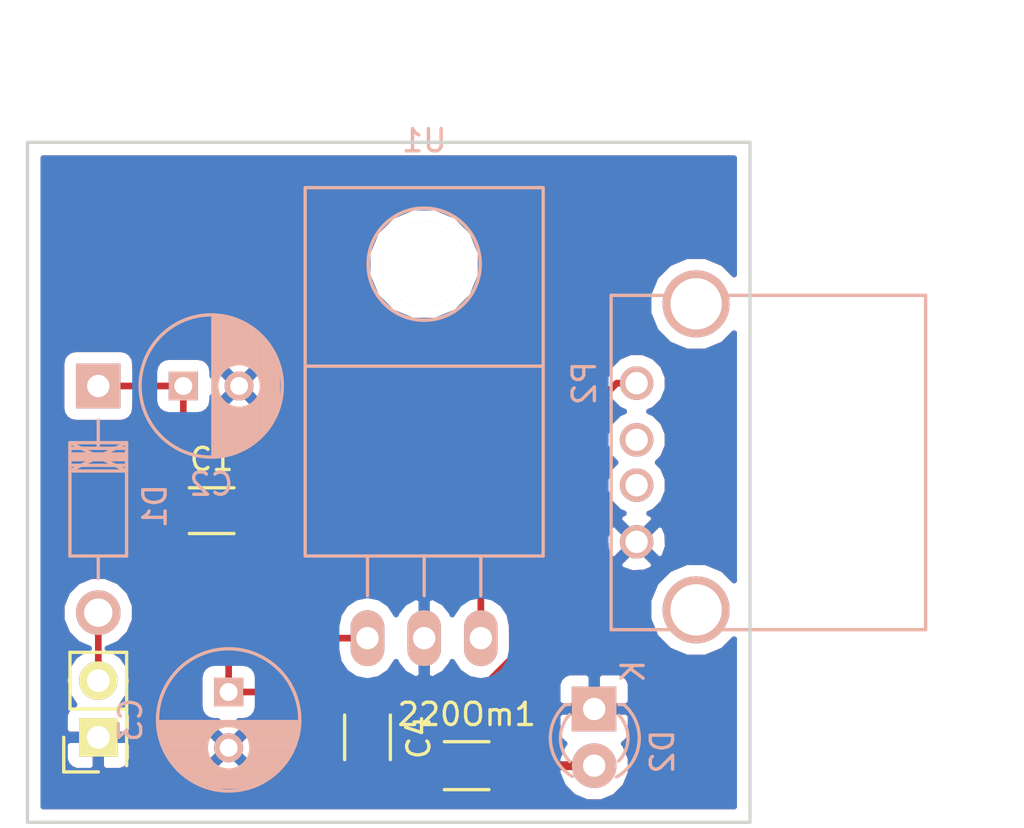
<source format=kicad_pcb>
(kicad_pcb (version 4) (host pcbnew 4.0.2+dfsg1-stable)

  (general
    (links 17)
    (no_connects 1)
    (area 46.279999 29.134999 78.815001 59.765001)
    (thickness 1.6)
    (drawings 8)
    (tracks 36)
    (zones 0)
    (modules 10)
    (nets 9)
  )

  (page A4)
  (layers
    (0 F.Cu signal hide)
    (31 B.Cu signal)
    (32 B.Adhes user)
    (33 F.Adhes user)
    (34 B.Paste user)
    (35 F.Paste user)
    (36 B.SilkS user)
    (37 F.SilkS user)
    (38 B.Mask user)
    (39 F.Mask user)
    (40 Dwgs.User user)
    (41 Cmts.User user)
    (42 Eco1.User user)
    (43 Eco2.User user)
    (44 Edge.Cuts user)
    (45 Margin user)
    (46 B.CrtYd user)
    (47 F.CrtYd user)
    (48 B.Fab user)
    (49 F.Fab user)
  )

  (setup
    (last_trace_width 0.25)
    (trace_clearance 0.2)
    (zone_clearance 0.508)
    (zone_45_only no)
    (trace_min 0.2)
    (segment_width 0.2)
    (edge_width 0.15)
    (via_size 0.6)
    (via_drill 0.4)
    (via_min_size 0.4)
    (via_min_drill 0.3)
    (uvia_size 0.3)
    (uvia_drill 0.1)
    (uvias_allowed no)
    (uvia_min_size 0.2)
    (uvia_min_drill 0.1)
    (pcb_text_width 0.3)
    (pcb_text_size 1.5 1.5)
    (mod_edge_width 0.15)
    (mod_text_size 1 1)
    (mod_text_width 0.15)
    (pad_size 2.49936 1.50114)
    (pad_drill 1.00076)
    (pad_to_mask_clearance 0.2)
    (aux_axis_origin 0 0)
    (visible_elements 7FFFFFFF)
    (pcbplotparams
      (layerselection 0x00030_80000001)
      (usegerberextensions false)
      (excludeedgelayer true)
      (linewidth 0.100000)
      (plotframeref false)
      (viasonmask false)
      (mode 1)
      (useauxorigin false)
      (hpglpennumber 1)
      (hpglpenspeed 20)
      (hpglpendiameter 15)
      (hpglpenoverlay 2)
      (psnegative false)
      (psa4output false)
      (plotreference true)
      (plotvalue true)
      (plotinvisibletext false)
      (padsonsilk false)
      (subtractmaskfromsilk false)
      (outputformat 5)
      (mirror true)
      (drillshape 2)
      (scaleselection 1)
      (outputdirectory ""))
  )

  (net 0 "")
  (net 1 "Net-(220Om1-Pad1)")
  (net 2 "Net-(220Om1-Pad2)")
  (net 3 "Net-(C1-Pad1)")
  (net 4 "Net-(D1-Pad2)")
  (net 5 "Net-(P2-Pad2)")
  (net 6 "Net-(P2-Pad3)")
  (net 7 "Net-(P2-Pad5)")
  (net 8 GNDREF)

  (net_class Default "This is the default net class."
    (clearance 0.2)
    (trace_width 0.25)
    (via_dia 0.6)
    (via_drill 0.4)
    (uvia_dia 0.3)
    (uvia_drill 0.1)
  )

  (net_class lm78 ""
    (clearance 0.3)
    (trace_width 0.3)
    (via_dia 1.2)
    (via_drill 0.8)
    (uvia_dia 1.2)
    (uvia_drill 0.8)
    (add_net GNDREF)
    (add_net "Net-(220Om1-Pad1)")
    (add_net "Net-(220Om1-Pad2)")
    (add_net "Net-(C1-Pad1)")
    (add_net "Net-(D1-Pad2)")
    (add_net "Net-(P2-Pad2)")
    (add_net "Net-(P2-Pad3)")
    (add_net "Net-(P2-Pad5)")
  )

  (module Capacitors_ThroughHole:C_Radial_D6.3_L11.2_P2.5 (layer B.Cu) (tedit 0) (tstamp 5AF6CAD8)
    (at 55.372 53.848 270)
    (descr "Radial Electrolytic Capacitor, Diameter 6.3mm x Length 11.2mm, Pitch 2.5mm")
    (tags "Electrolytic Capacitor")
    (path /5AF6CEAB)
    (fp_text reference C3 (at 1.25 4.4 270) (layer B.SilkS)
      (effects (font (size 1 1) (thickness 0.15)) (justify mirror))
    )
    (fp_text value "47mF 16V" (at 1.25 -4.4 270) (layer B.Fab)
      (effects (font (size 1 1) (thickness 0.15)) (justify mirror))
    )
    (fp_line (start 1.325 3.149) (end 1.325 -3.149) (layer B.SilkS) (width 0.15))
    (fp_line (start 1.465 3.143) (end 1.465 -3.143) (layer B.SilkS) (width 0.15))
    (fp_line (start 1.605 3.13) (end 1.605 0.446) (layer B.SilkS) (width 0.15))
    (fp_line (start 1.605 -0.446) (end 1.605 -3.13) (layer B.SilkS) (width 0.15))
    (fp_line (start 1.745 3.111) (end 1.745 0.656) (layer B.SilkS) (width 0.15))
    (fp_line (start 1.745 -0.656) (end 1.745 -3.111) (layer B.SilkS) (width 0.15))
    (fp_line (start 1.885 3.085) (end 1.885 0.789) (layer B.SilkS) (width 0.15))
    (fp_line (start 1.885 -0.789) (end 1.885 -3.085) (layer B.SilkS) (width 0.15))
    (fp_line (start 2.025 3.053) (end 2.025 0.88) (layer B.SilkS) (width 0.15))
    (fp_line (start 2.025 -0.88) (end 2.025 -3.053) (layer B.SilkS) (width 0.15))
    (fp_line (start 2.165 3.014) (end 2.165 0.942) (layer B.SilkS) (width 0.15))
    (fp_line (start 2.165 -0.942) (end 2.165 -3.014) (layer B.SilkS) (width 0.15))
    (fp_line (start 2.305 2.968) (end 2.305 0.981) (layer B.SilkS) (width 0.15))
    (fp_line (start 2.305 -0.981) (end 2.305 -2.968) (layer B.SilkS) (width 0.15))
    (fp_line (start 2.445 2.915) (end 2.445 0.998) (layer B.SilkS) (width 0.15))
    (fp_line (start 2.445 -0.998) (end 2.445 -2.915) (layer B.SilkS) (width 0.15))
    (fp_line (start 2.585 2.853) (end 2.585 0.996) (layer B.SilkS) (width 0.15))
    (fp_line (start 2.585 -0.996) (end 2.585 -2.853) (layer B.SilkS) (width 0.15))
    (fp_line (start 2.725 2.783) (end 2.725 0.974) (layer B.SilkS) (width 0.15))
    (fp_line (start 2.725 -0.974) (end 2.725 -2.783) (layer B.SilkS) (width 0.15))
    (fp_line (start 2.865 2.704) (end 2.865 0.931) (layer B.SilkS) (width 0.15))
    (fp_line (start 2.865 -0.931) (end 2.865 -2.704) (layer B.SilkS) (width 0.15))
    (fp_line (start 3.005 2.616) (end 3.005 0.863) (layer B.SilkS) (width 0.15))
    (fp_line (start 3.005 -0.863) (end 3.005 -2.616) (layer B.SilkS) (width 0.15))
    (fp_line (start 3.145 2.516) (end 3.145 0.764) (layer B.SilkS) (width 0.15))
    (fp_line (start 3.145 -0.764) (end 3.145 -2.516) (layer B.SilkS) (width 0.15))
    (fp_line (start 3.285 2.404) (end 3.285 0.619) (layer B.SilkS) (width 0.15))
    (fp_line (start 3.285 -0.619) (end 3.285 -2.404) (layer B.SilkS) (width 0.15))
    (fp_line (start 3.425 2.279) (end 3.425 0.38) (layer B.SilkS) (width 0.15))
    (fp_line (start 3.425 -0.38) (end 3.425 -2.279) (layer B.SilkS) (width 0.15))
    (fp_line (start 3.565 2.136) (end 3.565 -2.136) (layer B.SilkS) (width 0.15))
    (fp_line (start 3.705 1.974) (end 3.705 -1.974) (layer B.SilkS) (width 0.15))
    (fp_line (start 3.845 1.786) (end 3.845 -1.786) (layer B.SilkS) (width 0.15))
    (fp_line (start 3.985 1.563) (end 3.985 -1.563) (layer B.SilkS) (width 0.15))
    (fp_line (start 4.125 1.287) (end 4.125 -1.287) (layer B.SilkS) (width 0.15))
    (fp_line (start 4.265 0.912) (end 4.265 -0.912) (layer B.SilkS) (width 0.15))
    (fp_circle (center 2.5 0) (end 2.5 1) (layer B.SilkS) (width 0.15))
    (fp_circle (center 1.25 0) (end 1.25 3.1875) (layer B.SilkS) (width 0.15))
    (fp_circle (center 1.25 0) (end 1.25 3.4) (layer B.CrtYd) (width 0.05))
    (pad 2 thru_hole circle (at 2.5 0 270) (size 1.3 1.3) (drill 0.8) (layers *.Cu *.Mask B.SilkS)
      (net 8 GNDREF))
    (pad 1 thru_hole rect (at 0 0 270) (size 1.3 1.3) (drill 0.8) (layers *.Cu *.Mask B.SilkS)
      (net 1 "Net-(220Om1-Pad1)"))
    (model Capacitors_ThroughHole.3dshapes/C_Radial_D6.3_L11.2_P2.5.wrl
      (at (xyz 0 0 0))
      (scale (xyz 1 1 1))
      (rotate (xyz 0 0 0))
    )
  )

  (module TO_SOT_Packages_THT:TO-220_Neutral123_Horizontal (layer B.Cu) (tedit 5AF6CEDC) (tstamp 5AF6CAFE)
    (at 64.135 51.435 180)
    (descr "TO-220, Neutral, Horizontal,")
    (tags "TO-220, Neutral, Horizontal,")
    (path /5AF6C44C)
    (fp_text reference U1 (at 0 22.3012 180) (layer B.SilkS)
      (effects (font (size 1 1) (thickness 0.15)) (justify mirror))
    )
    (fp_text value LM7805 (at -0.29972 -3.44932 180) (layer B.Fab)
      (effects (font (size 1 1) (thickness 0.15)) (justify mirror))
    )
    (fp_circle (center 0 16.764) (end 1.778 14.986) (layer B.SilkS) (width 0.15))
    (fp_line (start -2.54 3.683) (end -2.54 1.905) (layer B.SilkS) (width 0.15))
    (fp_line (start 0 3.683) (end 0 1.905) (layer B.SilkS) (width 0.15))
    (fp_line (start 2.54 3.683) (end 2.54 1.905) (layer B.SilkS) (width 0.15))
    (fp_line (start 5.334 12.192) (end 5.334 20.193) (layer B.SilkS) (width 0.15))
    (fp_line (start 5.334 20.193) (end -5.334 20.193) (layer B.SilkS) (width 0.15))
    (fp_line (start -5.334 20.193) (end -5.334 12.192) (layer B.SilkS) (width 0.15))
    (fp_line (start 5.334 3.683) (end 5.334 12.192) (layer B.SilkS) (width 0.15))
    (fp_line (start 5.334 12.192) (end -5.334 12.192) (layer B.SilkS) (width 0.15))
    (fp_line (start -5.334 12.192) (end -5.334 3.683) (layer B.SilkS) (width 0.15))
    (fp_line (start 0 3.683) (end -5.334 3.683) (layer B.SilkS) (width 0.15))
    (fp_line (start 0 3.683) (end 5.334 3.683) (layer B.SilkS) (width 0.15))
    (pad GND thru_hole oval (at 0 0 90) (size 2.49936 1.50114) (drill 1.00076) (layers *.Cu *.Mask B.SilkS)
      (net 8 GNDREF))
    (pad VI thru_hole oval (at -2.54 0 90) (size 2.49936 1.50114) (drill 1.00076) (layers *.Cu *.Mask B.SilkS)
      (net 3 "Net-(C1-Pad1)"))
    (pad VO thru_hole oval (at 2.54 0 90) (size 2.49936 1.50114) (drill 1.00076) (layers *.Cu *.Mask B.SilkS)
      (net 1 "Net-(220Om1-Pad1)"))
    (pad "" np_thru_hole circle (at 0 16.764 90) (size 3.79984 3.79984) (drill 3.79984) (layers *.Cu *.Mask B.SilkS))
    (model TO_SOT_Packages_THT.3dshapes/TO-220_Neutral123_Horizontal.wrl
      (at (xyz 0 0 0))
      (scale (xyz 0.3937 0.3937 0.3937))
      (rotate (xyz 0 0 0))
    )
  )

  (module Resistors_SMD:R_1206 (layer F.Cu) (tedit 5415CFA7) (tstamp 5AF6CAC6)
    (at 66.04 57.15)
    (descr "Resistor SMD 1206, reflow soldering, Vishay (see dcrcw.pdf)")
    (tags "resistor 1206")
    (path /5AF6C657)
    (attr smd)
    (fp_text reference 220Om1 (at 0 -2.3) (layer F.SilkS)
      (effects (font (size 1 1) (thickness 0.15)))
    )
    (fp_text value R (at 0 2.3) (layer F.Fab)
      (effects (font (size 1 1) (thickness 0.15)))
    )
    (fp_line (start -2.2 -1.2) (end 2.2 -1.2) (layer F.CrtYd) (width 0.05))
    (fp_line (start -2.2 1.2) (end 2.2 1.2) (layer F.CrtYd) (width 0.05))
    (fp_line (start -2.2 -1.2) (end -2.2 1.2) (layer F.CrtYd) (width 0.05))
    (fp_line (start 2.2 -1.2) (end 2.2 1.2) (layer F.CrtYd) (width 0.05))
    (fp_line (start 1 1.075) (end -1 1.075) (layer F.SilkS) (width 0.15))
    (fp_line (start -1 -1.075) (end 1 -1.075) (layer F.SilkS) (width 0.15))
    (pad 1 smd rect (at -1.45 0) (size 0.9 1.7) (layers F.Cu F.Paste F.Mask)
      (net 1 "Net-(220Om1-Pad1)"))
    (pad 2 smd rect (at 1.45 0) (size 0.9 1.7) (layers F.Cu F.Paste F.Mask)
      (net 2 "Net-(220Om1-Pad2)"))
    (model Resistors_SMD.3dshapes/R_1206.wrl
      (at (xyz 0 0 0))
      (scale (xyz 1 1 1))
      (rotate (xyz 0 0 0))
    )
  )

  (module Capacitors_SMD:C_1206 (layer F.Cu) (tedit 5415D7BD) (tstamp 5AF6CACC)
    (at 54.61 45.72)
    (descr "Capacitor SMD 1206, reflow soldering, AVX (see smccp.pdf)")
    (tags "capacitor 1206")
    (path /5AF6C528)
    (attr smd)
    (fp_text reference C1 (at 0 -2.3) (layer F.SilkS)
      (effects (font (size 1 1) (thickness 0.15)))
    )
    (fp_text value 100nF (at 0 2.3) (layer F.Fab)
      (effects (font (size 1 1) (thickness 0.15)))
    )
    (fp_line (start -2.3 -1.15) (end 2.3 -1.15) (layer F.CrtYd) (width 0.05))
    (fp_line (start -2.3 1.15) (end 2.3 1.15) (layer F.CrtYd) (width 0.05))
    (fp_line (start -2.3 -1.15) (end -2.3 1.15) (layer F.CrtYd) (width 0.05))
    (fp_line (start 2.3 -1.15) (end 2.3 1.15) (layer F.CrtYd) (width 0.05))
    (fp_line (start 1 -1.025) (end -1 -1.025) (layer F.SilkS) (width 0.15))
    (fp_line (start -1 1.025) (end 1 1.025) (layer F.SilkS) (width 0.15))
    (pad 1 smd rect (at -1.5 0) (size 1 1.6) (layers F.Cu F.Paste F.Mask)
      (net 3 "Net-(C1-Pad1)"))
    (pad 2 smd rect (at 1.5 0) (size 1 1.6) (layers F.Cu F.Paste F.Mask)
      (net 8 GNDREF))
    (model Capacitors_SMD.3dshapes/C_1206.wrl
      (at (xyz 0 0 0))
      (scale (xyz 1 1 1))
      (rotate (xyz 0 0 0))
    )
  )

  (module Capacitors_SMD:C_1206 (layer F.Cu) (tedit 5415D7BD) (tstamp 5AF6CADE)
    (at 61.595 55.88 270)
    (descr "Capacitor SMD 1206, reflow soldering, AVX (see smccp.pdf)")
    (tags "capacitor 1206")
    (path /5AF6C788)
    (attr smd)
    (fp_text reference C4 (at 0 -2.3 270) (layer F.SilkS)
      (effects (font (size 1 1) (thickness 0.15)))
    )
    (fp_text value 100nF (at 0 2.3 270) (layer F.Fab)
      (effects (font (size 1 1) (thickness 0.15)))
    )
    (fp_line (start -2.3 -1.15) (end 2.3 -1.15) (layer F.CrtYd) (width 0.05))
    (fp_line (start -2.3 1.15) (end 2.3 1.15) (layer F.CrtYd) (width 0.05))
    (fp_line (start -2.3 -1.15) (end -2.3 1.15) (layer F.CrtYd) (width 0.05))
    (fp_line (start 2.3 -1.15) (end 2.3 1.15) (layer F.CrtYd) (width 0.05))
    (fp_line (start 1 -1.025) (end -1 -1.025) (layer F.SilkS) (width 0.15))
    (fp_line (start -1 1.025) (end 1 1.025) (layer F.SilkS) (width 0.15))
    (pad 1 smd rect (at -1.5 0 270) (size 1 1.6) (layers F.Cu F.Paste F.Mask)
      (net 1 "Net-(220Om1-Pad1)"))
    (pad 2 smd rect (at 1.5 0 270) (size 1 1.6) (layers F.Cu F.Paste F.Mask)
      (net 8 GNDREF))
    (model Capacitors_SMD.3dshapes/C_1206.wrl
      (at (xyz 0 0 0))
      (scale (xyz 1 1 1))
      (rotate (xyz 0 0 0))
    )
  )

  (module LEDs:LED-3MM (layer B.Cu) (tedit 559B82F6) (tstamp 5AF6CAEA)
    (at 71.755 54.61 270)
    (descr "LED 3mm round vertical")
    (tags "LED  3mm round vertical")
    (path /5AF6C604)
    (fp_text reference D2 (at 1.91 -3.06 270) (layer B.SilkS)
      (effects (font (size 1 1) (thickness 0.15)) (justify mirror))
    )
    (fp_text value LED (at 1.3 2.9 270) (layer B.Fab)
      (effects (font (size 1 1) (thickness 0.15)) (justify mirror))
    )
    (fp_line (start -1.2 -2.3) (end 3.8 -2.3) (layer B.CrtYd) (width 0.05))
    (fp_line (start 3.8 -2.3) (end 3.8 2.2) (layer B.CrtYd) (width 0.05))
    (fp_line (start 3.8 2.2) (end -1.2 2.2) (layer B.CrtYd) (width 0.05))
    (fp_line (start -1.2 2.2) (end -1.2 -2.3) (layer B.CrtYd) (width 0.05))
    (fp_line (start -0.199 -1.314) (end -0.199 -1.114) (layer B.SilkS) (width 0.15))
    (fp_line (start -0.199 1.28) (end -0.199 1.1) (layer B.SilkS) (width 0.15))
    (fp_arc (start 1.301 -0.034) (end -0.199 1.286) (angle -108.5) (layer B.SilkS) (width 0.15))
    (fp_arc (start 1.301 -0.034) (end 0.25 1.1) (angle -85.7) (layer B.SilkS) (width 0.15))
    (fp_arc (start 1.311 -0.034) (end 3.051 -0.994) (angle -110) (layer B.SilkS) (width 0.15))
    (fp_arc (start 1.301 -0.034) (end 2.335 -1.094) (angle -87.5) (layer B.SilkS) (width 0.15))
    (fp_text user K (at -1.69 -1.74 270) (layer B.SilkS)
      (effects (font (size 1 1) (thickness 0.15)) (justify mirror))
    )
    (pad 1 thru_hole rect (at 0 0 180) (size 2 2) (drill 1.00076) (layers *.Cu *.Mask B.SilkS)
      (net 8 GNDREF))
    (pad 2 thru_hole circle (at 2.54 0 270) (size 2 2) (drill 1.00076) (layers *.Cu *.Mask B.SilkS)
      (net 2 "Net-(220Om1-Pad2)"))
    (model LEDs.3dshapes/LED-3MM.wrl
      (at (xyz 0.05 0 0))
      (scale (xyz 1 1 1))
      (rotate (xyz 0 0 90))
    )
  )

  (module Connect:USB_A (layer B.Cu) (tedit 5543E289) (tstamp 5AF6CE89)
    (at 73.66 40.005 270)
    (descr "USB A connector")
    (tags "USB USB_A")
    (path /5AF6D33F)
    (fp_text reference P2 (at 0 2.35 270) (layer B.SilkS)
      (effects (font (size 1 1) (thickness 0.15)) (justify mirror))
    )
    (fp_text value USB_A (at 3.83794 -7.43458 270) (layer B.Fab)
      (effects (font (size 1 1) (thickness 0.15)) (justify mirror))
    )
    (fp_line (start -5.3 -13.2) (end -5.3 1.4) (layer B.CrtYd) (width 0.05))
    (fp_line (start 11.95 1.4) (end 11.95 -13.2) (layer B.CrtYd) (width 0.05))
    (fp_line (start -5.3 -13.2) (end 11.95 -13.2) (layer B.CrtYd) (width 0.05))
    (fp_line (start -5.3 1.4) (end 11.95 1.4) (layer B.CrtYd) (width 0.05))
    (fp_line (start 11.04986 1.14512) (end 11.04986 -12.95188) (layer B.SilkS) (width 0.15))
    (fp_line (start -3.93614 -12.95188) (end -3.93614 1.14512) (layer B.SilkS) (width 0.15))
    (fp_line (start 11.04986 1.14512) (end -3.93614 1.14512) (layer B.SilkS) (width 0.15))
    (fp_line (start 11.04986 -12.95188) (end -3.93614 -12.95188) (layer B.SilkS) (width 0.15))
    (pad 4 thru_hole circle (at 7.11286 0.00212) (size 1.50114 1.50114) (drill 1.00076) (layers *.Cu *.Mask B.SilkS)
      (net 8 GNDREF))
    (pad 3 thru_hole circle (at 4.57286 0.00212) (size 1.50114 1.50114) (drill 1.00076) (layers *.Cu *.Mask B.SilkS)
      (net 6 "Net-(P2-Pad3)"))
    (pad 2 thru_hole circle (at 2.54086 0.00212) (size 1.50114 1.50114) (drill 1.00076) (layers *.Cu *.Mask B.SilkS)
      (net 5 "Net-(P2-Pad2)"))
    (pad 1 thru_hole circle (at 0.00086 0.00212) (size 1.50114 1.50114) (drill 1.00076) (layers *.Cu *.Mask B.SilkS)
      (net 1 "Net-(220Om1-Pad1)"))
    (pad 5 thru_hole circle (at 10.16086 -2.66488) (size 2.99974 2.99974) (drill 2.30124) (layers *.Cu *.Mask B.SilkS)
      (net 7 "Net-(P2-Pad5)"))
    (pad 5 thru_hole circle (at -3.55514 -2.66488) (size 2.99974 2.99974) (drill 2.30124) (layers *.Cu *.Mask B.SilkS)
      (net 7 "Net-(P2-Pad5)"))
    (model Connect.3dshapes/USB_A.wrl
      (at (xyz 0.14 0 0))
      (scale (xyz 1 1 1))
      (rotate (xyz 0 0 90))
    )
  )

  (module Pin_Headers:Pin_Header_Straight_2x01 (layer F.Cu) (tedit 0) (tstamp 5AF6D477)
    (at 49.53 55.88 90)
    (descr "Through hole pin header")
    (tags "pin header")
    (path /5AF6C8B6)
    (fp_text reference P1 (at 0 -5.1 90) (layer F.SilkS)
      (effects (font (size 1 1) (thickness 0.15)))
    )
    (fp_text value CONN_01X02 (at 0 -3.1 90) (layer F.Fab)
      (effects (font (size 1 1) (thickness 0.15)))
    )
    (fp_line (start -1.75 -1.75) (end -1.75 1.75) (layer F.CrtYd) (width 0.05))
    (fp_line (start 4.3 -1.75) (end 4.3 1.75) (layer F.CrtYd) (width 0.05))
    (fp_line (start -1.75 -1.75) (end 4.3 -1.75) (layer F.CrtYd) (width 0.05))
    (fp_line (start -1.75 1.75) (end 4.3 1.75) (layer F.CrtYd) (width 0.05))
    (fp_line (start -1.55 0) (end -1.55 -1.55) (layer F.SilkS) (width 0.15))
    (fp_line (start 0 -1.55) (end -1.55 -1.55) (layer F.SilkS) (width 0.15))
    (fp_line (start -1.27 1.27) (end 1.27 1.27) (layer F.SilkS) (width 0.15))
    (fp_line (start 3.81 -1.27) (end 1.27 -1.27) (layer F.SilkS) (width 0.15))
    (fp_line (start 1.27 -1.27) (end 1.27 1.27) (layer F.SilkS) (width 0.15))
    (fp_line (start 1.27 1.27) (end 3.81 1.27) (layer F.SilkS) (width 0.15))
    (fp_line (start 3.81 1.27) (end 3.81 -1.27) (layer F.SilkS) (width 0.15))
    (pad 1 thru_hole rect (at 0 0 90) (size 1.7272 1.7272) (drill 1.016) (layers *.Cu *.Mask F.SilkS)
      (net 8 GNDREF))
    (pad 2 thru_hole oval (at 2.54 0 90) (size 1.7272 1.7272) (drill 1.016) (layers *.Cu *.Mask F.SilkS)
      (net 4 "Net-(D1-Pad2)"))
    (model Pin_Headers.3dshapes/Pin_Header_Straight_2x01.wrl
      (at (xyz 0.05 0 0))
      (scale (xyz 1 1 1))
      (rotate (xyz 0 0 90))
    )
  )

  (module Capacitors_ThroughHole:C_Radial_D6.3_L11.2_P2.5 (layer B.Cu) (tedit 0) (tstamp 5AF8A316)
    (at 53.34 40.132)
    (descr "Radial Electrolytic Capacitor, Diameter 6.3mm x Length 11.2mm, Pitch 2.5mm")
    (tags "Electrolytic Capacitor")
    (path /5AF6C564)
    (fp_text reference C2 (at 1.25 4.4) (layer B.SilkS)
      (effects (font (size 1 1) (thickness 0.15)) (justify mirror))
    )
    (fp_text value "220mF 50V" (at 1.25 -4.4) (layer B.Fab)
      (effects (font (size 1 1) (thickness 0.15)) (justify mirror))
    )
    (fp_line (start 1.325 3.149) (end 1.325 -3.149) (layer B.SilkS) (width 0.15))
    (fp_line (start 1.465 3.143) (end 1.465 -3.143) (layer B.SilkS) (width 0.15))
    (fp_line (start 1.605 3.13) (end 1.605 0.446) (layer B.SilkS) (width 0.15))
    (fp_line (start 1.605 -0.446) (end 1.605 -3.13) (layer B.SilkS) (width 0.15))
    (fp_line (start 1.745 3.111) (end 1.745 0.656) (layer B.SilkS) (width 0.15))
    (fp_line (start 1.745 -0.656) (end 1.745 -3.111) (layer B.SilkS) (width 0.15))
    (fp_line (start 1.885 3.085) (end 1.885 0.789) (layer B.SilkS) (width 0.15))
    (fp_line (start 1.885 -0.789) (end 1.885 -3.085) (layer B.SilkS) (width 0.15))
    (fp_line (start 2.025 3.053) (end 2.025 0.88) (layer B.SilkS) (width 0.15))
    (fp_line (start 2.025 -0.88) (end 2.025 -3.053) (layer B.SilkS) (width 0.15))
    (fp_line (start 2.165 3.014) (end 2.165 0.942) (layer B.SilkS) (width 0.15))
    (fp_line (start 2.165 -0.942) (end 2.165 -3.014) (layer B.SilkS) (width 0.15))
    (fp_line (start 2.305 2.968) (end 2.305 0.981) (layer B.SilkS) (width 0.15))
    (fp_line (start 2.305 -0.981) (end 2.305 -2.968) (layer B.SilkS) (width 0.15))
    (fp_line (start 2.445 2.915) (end 2.445 0.998) (layer B.SilkS) (width 0.15))
    (fp_line (start 2.445 -0.998) (end 2.445 -2.915) (layer B.SilkS) (width 0.15))
    (fp_line (start 2.585 2.853) (end 2.585 0.996) (layer B.SilkS) (width 0.15))
    (fp_line (start 2.585 -0.996) (end 2.585 -2.853) (layer B.SilkS) (width 0.15))
    (fp_line (start 2.725 2.783) (end 2.725 0.974) (layer B.SilkS) (width 0.15))
    (fp_line (start 2.725 -0.974) (end 2.725 -2.783) (layer B.SilkS) (width 0.15))
    (fp_line (start 2.865 2.704) (end 2.865 0.931) (layer B.SilkS) (width 0.15))
    (fp_line (start 2.865 -0.931) (end 2.865 -2.704) (layer B.SilkS) (width 0.15))
    (fp_line (start 3.005 2.616) (end 3.005 0.863) (layer B.SilkS) (width 0.15))
    (fp_line (start 3.005 -0.863) (end 3.005 -2.616) (layer B.SilkS) (width 0.15))
    (fp_line (start 3.145 2.516) (end 3.145 0.764) (layer B.SilkS) (width 0.15))
    (fp_line (start 3.145 -0.764) (end 3.145 -2.516) (layer B.SilkS) (width 0.15))
    (fp_line (start 3.285 2.404) (end 3.285 0.619) (layer B.SilkS) (width 0.15))
    (fp_line (start 3.285 -0.619) (end 3.285 -2.404) (layer B.SilkS) (width 0.15))
    (fp_line (start 3.425 2.279) (end 3.425 0.38) (layer B.SilkS) (width 0.15))
    (fp_line (start 3.425 -0.38) (end 3.425 -2.279) (layer B.SilkS) (width 0.15))
    (fp_line (start 3.565 2.136) (end 3.565 -2.136) (layer B.SilkS) (width 0.15))
    (fp_line (start 3.705 1.974) (end 3.705 -1.974) (layer B.SilkS) (width 0.15))
    (fp_line (start 3.845 1.786) (end 3.845 -1.786) (layer B.SilkS) (width 0.15))
    (fp_line (start 3.985 1.563) (end 3.985 -1.563) (layer B.SilkS) (width 0.15))
    (fp_line (start 4.125 1.287) (end 4.125 -1.287) (layer B.SilkS) (width 0.15))
    (fp_line (start 4.265 0.912) (end 4.265 -0.912) (layer B.SilkS) (width 0.15))
    (fp_circle (center 2.5 0) (end 2.5 1) (layer B.SilkS) (width 0.15))
    (fp_circle (center 1.25 0) (end 1.25 3.1875) (layer B.SilkS) (width 0.15))
    (fp_circle (center 1.25 0) (end 1.25 3.4) (layer B.CrtYd) (width 0.05))
    (pad 2 thru_hole circle (at 2.5 0) (size 1.3 1.3) (drill 0.8) (layers *.Cu *.Mask B.SilkS)
      (net 8 GNDREF))
    (pad 1 thru_hole rect (at 0 0) (size 1.3 1.3) (drill 0.8) (layers *.Cu *.Mask B.SilkS)
      (net 3 "Net-(C1-Pad1)"))
    (model Capacitors_ThroughHole.3dshapes/C_Radial_D6.3_L11.2_P2.5.wrl
      (at (xyz 0 0 0))
      (scale (xyz 1 1 1))
      (rotate (xyz 0 0 0))
    )
  )

  (module Diodes_ThroughHole:Diode_DO-41_SOD81_Horizontal_RM10 (layer B.Cu) (tedit 552FFCCE) (tstamp 5AF8A3F1)
    (at 49.53 40.132 270)
    (descr "Diode, DO-41, SOD81, Horizontal, RM 10mm,")
    (tags "Diode, DO-41, SOD81, Horizontal, RM 10mm, 1N4007, SB140,")
    (path /5AF6C4E9)
    (fp_text reference D1 (at 5.38734 -2.53746 270) (layer B.SilkS)
      (effects (font (size 1 1) (thickness 0.15)) (justify mirror))
    )
    (fp_text value 1N4007 (at 4.37134 3.55854 270) (layer B.Fab)
      (effects (font (size 1 1) (thickness 0.15)) (justify mirror))
    )
    (fp_line (start 7.62 0.00254) (end 8.636 0.00254) (layer B.SilkS) (width 0.15))
    (fp_line (start 2.794 0.00254) (end 1.524 0.00254) (layer B.SilkS) (width 0.15))
    (fp_line (start 3.048 1.27254) (end 3.048 -1.26746) (layer B.SilkS) (width 0.15))
    (fp_line (start 3.302 1.27254) (end 3.302 -1.26746) (layer B.SilkS) (width 0.15))
    (fp_line (start 3.556 1.27254) (end 3.556 -1.26746) (layer B.SilkS) (width 0.15))
    (fp_line (start 2.794 1.27254) (end 2.794 -1.26746) (layer B.SilkS) (width 0.15))
    (fp_line (start 3.81 1.27254) (end 2.54 -1.26746) (layer B.SilkS) (width 0.15))
    (fp_line (start 2.54 1.27254) (end 3.81 -1.26746) (layer B.SilkS) (width 0.15))
    (fp_line (start 3.81 1.27254) (end 3.81 -1.26746) (layer B.SilkS) (width 0.15))
    (fp_line (start 3.175 1.27254) (end 3.175 -1.26746) (layer B.SilkS) (width 0.15))
    (fp_line (start 2.54 -1.26746) (end 2.54 1.27254) (layer B.SilkS) (width 0.15))
    (fp_line (start 2.54 1.27254) (end 7.62 1.27254) (layer B.SilkS) (width 0.15))
    (fp_line (start 7.62 1.27254) (end 7.62 -1.26746) (layer B.SilkS) (width 0.15))
    (fp_line (start 7.62 -1.26746) (end 2.54 -1.26746) (layer B.SilkS) (width 0.15))
    (pad 2 thru_hole circle (at 10.16 0.00254 90) (size 1.99898 1.99898) (drill 1.27) (layers *.Cu *.Mask B.SilkS)
      (net 4 "Net-(D1-Pad2)"))
    (pad 1 thru_hole rect (at 0 0.00254 90) (size 1.99898 1.99898) (drill 1.00076) (layers *.Cu *.Mask B.SilkS)
      (net 3 "Net-(C1-Pad1)"))
  )

  (dimension 30.48 (width 0.3) (layer Eco1.User)
    (gr_text "30,480 mm" (at 88.345 44.45 270) (layer Eco1.User)
      (effects (font (size 1.5 1.5) (thickness 0.3)))
    )
    (feature1 (pts (xy 78.74 59.69) (xy 89.695 59.69)))
    (feature2 (pts (xy 78.74 29.21) (xy 89.695 29.21)))
    (crossbar (pts (xy 86.995 29.21) (xy 86.995 59.69)))
    (arrow1a (pts (xy 86.995 59.69) (xy 86.408579 58.563496)))
    (arrow1b (pts (xy 86.995 59.69) (xy 87.581421 58.563496)))
    (arrow2a (pts (xy 86.995 29.21) (xy 86.408579 30.336504)))
    (arrow2b (pts (xy 86.995 29.21) (xy 87.581421 30.336504)))
  )
  (dimension 32.385 (width 0.3) (layer Eco1.User)
    (gr_text "32,385 mm" (at 62.5475 24.685) (layer Eco1.User)
      (effects (font (size 1.5 1.5) (thickness 0.3)))
    )
    (feature1 (pts (xy 78.74 29.21) (xy 78.74 23.335)))
    (feature2 (pts (xy 46.355 29.21) (xy 46.355 23.335)))
    (crossbar (pts (xy 46.355 26.035) (xy 78.74 26.035)))
    (arrow1a (pts (xy 78.74 26.035) (xy 77.613496 26.621421)))
    (arrow1b (pts (xy 78.74 26.035) (xy 77.613496 25.448579)))
    (arrow2a (pts (xy 46.355 26.035) (xy 47.481504 26.621421)))
    (arrow2b (pts (xy 46.355 26.035) (xy 47.481504 25.448579)))
  )
  (gr_line (start 46.99 59.69) (end 47.625 59.69) (angle 90) (layer Edge.Cuts) (width 0.15))
  (gr_line (start 46.355 59.69) (end 47.625 59.69) (angle 90) (layer Edge.Cuts) (width 0.15))
  (gr_line (start 46.355 29.21) (end 46.355 59.69) (angle 90) (layer Edge.Cuts) (width 0.15))
  (gr_line (start 78.74 29.21) (end 46.355 29.21) (angle 90) (layer Edge.Cuts) (width 0.15))
  (gr_line (start 78.74 59.69) (end 78.74 29.21) (angle 90) (layer Edge.Cuts) (width 0.15))
  (gr_line (start 46.99 59.69) (end 78.74 59.69) (angle 90) (layer Edge.Cuts) (width 0.15))

  (segment (start 64.59 54.43) (end 65.966 54.43) (width 0.3) (layer F.Cu) (net 1))
  (segment (start 72.77014 40.00586) (end 73.65788 40.00586) (width 0.3) (layer F.Cu) (net 1) (tstamp 5AF920DB))
  (segment (start 71.12 41.656) (end 72.77014 40.00586) (width 0.3) (layer F.Cu) (net 1) (tstamp 5AF920D9))
  (segment (start 71.12 49.276) (end 71.12 41.656) (width 0.3) (layer F.Cu) (net 1) (tstamp 5AF920D7))
  (segment (start 65.966 54.43) (end 71.12 49.276) (width 0.3) (layer F.Cu) (net 1) (tstamp 5AF920D3))
  (segment (start 61.595 54.38) (end 64.54 54.38) (width 0.3) (layer F.Cu) (net 1))
  (segment (start 64.59 54.43) (end 64.59 57.15) (width 0.3) (layer F.Cu) (net 1) (tstamp 5AF920B1))
  (segment (start 64.54 54.38) (end 64.59 54.43) (width 0.3) (layer F.Cu) (net 1) (tstamp 5AF920B0))
  (segment (start 55.372 53.848) (end 61.063 53.848) (width 0.3) (layer F.Cu) (net 1))
  (segment (start 61.063 53.848) (end 61.595 54.38) (width 0.3) (layer F.Cu) (net 1) (tstamp 5AF920AD))
  (segment (start 61.595 51.435) (end 56.261 51.435) (width 0.3) (layer F.Cu) (net 1))
  (segment (start 55.372 52.324) (end 55.372 53.848) (width 0.3) (layer F.Cu) (net 1) (tstamp 5AF920AA))
  (segment (start 56.261 51.435) (end 55.372 52.324) (width 0.3) (layer F.Cu) (net 1) (tstamp 5AF920A9))
  (segment (start 64.77 56.97) (end 64.59 57.15) (width 0.4) (layer F.Cu) (net 1) (tstamp 5AF8A5AB))
  (segment (start 61.365 54.61) (end 61.595 54.38) (width 0.4) (layer F.Cu) (net 1) (tstamp 5AF8A593))
  (segment (start 64.54 57.2) (end 64.59 57.15) (width 0.25) (layer F.Cu) (net 1) (tstamp 5AF6D75B) (status 30))
  (segment (start 67.49 57.15) (end 71.755 57.15) (width 0.4) (layer F.Cu) (net 2))
  (segment (start 53.34 40.132) (end 53.34 45.49) (width 0.3) (layer F.Cu) (net 3))
  (segment (start 53.34 45.49) (end 53.086 45.744) (width 0.3) (layer F.Cu) (net 3) (tstamp 5AF9204A))
  (segment (start 53.086 45.744) (end 53.086 47.244) (width 0.3) (layer F.Cu) (net 3) (tstamp 5AF9204B))
  (segment (start 53.086 47.244) (end 54.61 48.768) (width 0.3) (layer F.Cu) (net 3) (tstamp 5AF9204C))
  (segment (start 54.61 48.768) (end 66.04 48.768) (width 0.3) (layer F.Cu) (net 3) (tstamp 5AF9204D))
  (segment (start 66.04 48.768) (end 66.675 49.403) (width 0.3) (layer F.Cu) (net 3) (tstamp 5AF9204F))
  (segment (start 66.675 49.403) (end 66.675 51.435) (width 0.3) (layer F.Cu) (net 3) (tstamp 5AF92050))
  (segment (start 49.52746 40.132) (end 53.34 40.132) (width 0.3) (layer F.Cu) (net 3))
  (segment (start 53.34 45.49) (end 53.11 45.72) (width 0.4) (layer F.Cu) (net 3) (tstamp 5AF8A572))
  (segment (start 53.34 45.49) (end 53.11 45.72) (width 0.3) (layer F.Cu) (net 3) (tstamp 5AF7FCC3))
  (segment (start 53.33948 40.00552) (end 53.34 40.005) (width 0.3) (layer F.Cu) (net 3) (tstamp 5AF7FCC0) (status 30))
  (segment (start 53.34 45.49) (end 53.11 45.72) (width 0.25) (layer F.Cu) (net 3) (tstamp 5AF7F7C1))
  (segment (start 53.11 39.775) (end 53.34 40.005) (width 0.25) (layer F.Cu) (net 3) (tstamp 5AF7F4FE) (status 30))
  (segment (start 53.34254 45.48746) (end 53.11 45.72) (width 0.25) (layer F.Cu) (net 3) (tstamp 5AF7F4FB) (status 30))
  (segment (start 53.11 39.775) (end 53.34 40.005) (width 0.25) (layer F.Cu) (net 3) (tstamp 5AF6D53F) (status 30))
  (segment (start 49.53 53.34) (end 49.53 50.29454) (width 0.3) (layer F.Cu) (net 4))
  (segment (start 49.53 50.29454) (end 49.52746 50.292) (width 0.3) (layer F.Cu) (net 4) (tstamp 5AF92015))
  (segment (start 49.784 50.16806) (end 49.78146 50.16552) (width 0.25) (layer F.Cu) (net 4) (tstamp 5AF7F7BB) (status 30))
  (segment (start 49.78602 50.165) (end 49.78654 50.16552) (width 0.25) (layer F.Cu) (net 4) (tstamp 5AF6D49C) (status 30))

  (zone (net 8) (net_name GNDREF) (layer F.Cu) (tstamp 5AF920FC) (hatch edge 0.508)
    (connect_pads (clearance 0.508))
    (min_thickness 0.254)
    (fill yes (arc_segments 16) (thermal_gap 0.508) (thermal_bridge_width 0.508))
    (polygon
      (pts
        (xy 78.74 59.436) (xy 46.228 59.436) (xy 46.228 29.464) (xy 78.74 29.464) (xy 78.74 59.436)
      )
    )
    (filled_polygon
      (pts
        (xy 78.03 35.136158) (xy 77.535766 34.64106) (xy 76.751395 34.315361) (xy 75.902091 34.31462) (xy 75.117153 34.63895)
        (xy 74.51608 35.238974) (xy 74.190381 36.023345) (xy 74.18964 36.872649) (xy 74.51397 37.657587) (xy 75.113994 38.25866)
        (xy 75.898365 38.584359) (xy 76.747669 38.5851) (xy 77.532607 38.26077) (xy 78.03 37.764245) (xy 78.03 48.852158)
        (xy 77.535766 48.35706) (xy 76.751395 48.031361) (xy 75.902091 48.03062) (xy 75.117153 48.35495) (xy 74.51608 48.954974)
        (xy 74.190381 49.739345) (xy 74.18964 50.588649) (xy 74.51397 51.373587) (xy 75.113994 51.97466) (xy 75.898365 52.300359)
        (xy 76.747669 52.3011) (xy 77.532607 51.97677) (xy 78.03 51.480245) (xy 78.03 58.98) (xy 47.065 58.98)
        (xy 47.065 57.66575) (xy 60.16 57.66575) (xy 60.16 58.006309) (xy 60.256673 58.239698) (xy 60.435301 58.418327)
        (xy 60.66869 58.515) (xy 61.30925 58.515) (xy 61.468 58.35625) (xy 61.468 57.507) (xy 61.722 57.507)
        (xy 61.722 58.35625) (xy 61.88075 58.515) (xy 62.52131 58.515) (xy 62.754699 58.418327) (xy 62.933327 58.239698)
        (xy 63.03 58.006309) (xy 63.03 57.66575) (xy 62.87125 57.507) (xy 61.722 57.507) (xy 61.468 57.507)
        (xy 60.31875 57.507) (xy 60.16 57.66575) (xy 47.065 57.66575) (xy 47.065 56.16575) (xy 48.0314 56.16575)
        (xy 48.0314 56.869909) (xy 48.128073 57.103298) (xy 48.306701 57.281927) (xy 48.54009 57.3786) (xy 49.24425 57.3786)
        (xy 49.403 57.21985) (xy 49.403 56.007) (xy 49.657 56.007) (xy 49.657 57.21985) (xy 49.81575 57.3786)
        (xy 50.51991 57.3786) (xy 50.753299 57.281927) (xy 50.788209 57.247016) (xy 54.65259 57.247016) (xy 54.708271 57.477611)
        (xy 55.191078 57.645622) (xy 55.701428 57.616083) (xy 56.035729 57.477611) (xy 56.09141 57.247016) (xy 55.372 56.527605)
        (xy 54.65259 57.247016) (xy 50.788209 57.247016) (xy 50.931927 57.103298) (xy 51.0286 56.869909) (xy 51.0286 56.167078)
        (xy 54.074378 56.167078) (xy 54.103917 56.677428) (xy 54.242389 57.011729) (xy 54.472984 57.06741) (xy 55.192395 56.348)
        (xy 55.551605 56.348) (xy 56.271016 57.06741) (xy 56.501611 57.011729) (xy 56.591405 56.753691) (xy 60.16 56.753691)
        (xy 60.16 57.09425) (xy 60.31875 57.253) (xy 61.468 57.253) (xy 61.468 56.40375) (xy 61.722 56.40375)
        (xy 61.722 57.253) (xy 62.87125 57.253) (xy 63.03 57.09425) (xy 63.03 56.753691) (xy 62.933327 56.520302)
        (xy 62.754699 56.341673) (xy 62.52131 56.245) (xy 61.88075 56.245) (xy 61.722 56.40375) (xy 61.468 56.40375)
        (xy 61.30925 56.245) (xy 60.66869 56.245) (xy 60.435301 56.341673) (xy 60.256673 56.520302) (xy 60.16 56.753691)
        (xy 56.591405 56.753691) (xy 56.669622 56.528922) (xy 56.640083 56.018572) (xy 56.501611 55.684271) (xy 56.271016 55.62859)
        (xy 55.551605 56.348) (xy 55.192395 56.348) (xy 54.472984 55.62859) (xy 54.242389 55.684271) (xy 54.074378 56.167078)
        (xy 51.0286 56.167078) (xy 51.0286 56.16575) (xy 50.86985 56.007) (xy 49.657 56.007) (xy 49.403 56.007)
        (xy 48.19015 56.007) (xy 48.0314 56.16575) (xy 47.065 56.16575) (xy 47.065 50.615694) (xy 47.892686 50.615694)
        (xy 48.140998 51.216655) (xy 48.600387 51.676846) (xy 48.745 51.736895) (xy 48.745 52.067442) (xy 48.47033 52.250971)
        (xy 48.145474 52.737152) (xy 48.0314 53.310641) (xy 48.0314 53.369359) (xy 48.145474 53.942848) (xy 48.460526 54.414356)
        (xy 48.306701 54.478073) (xy 48.128073 54.656702) (xy 48.0314 54.890091) (xy 48.0314 55.59425) (xy 48.19015 55.753)
        (xy 49.403 55.753) (xy 49.403 55.733) (xy 49.657 55.733) (xy 49.657 55.753) (xy 50.86985 55.753)
        (xy 51.0286 55.59425) (xy 51.0286 54.890091) (xy 50.931927 54.656702) (xy 50.753299 54.478073) (xy 50.599474 54.414356)
        (xy 50.914526 53.942848) (xy 51.0286 53.369359) (xy 51.0286 53.310641) (xy 50.914526 52.737152) (xy 50.58967 52.250971)
        (xy 50.315 52.067442) (xy 50.315 51.735117) (xy 50.452115 51.678462) (xy 50.912306 51.219073) (xy 51.161666 50.618547)
        (xy 51.162234 49.968306) (xy 50.913922 49.367345) (xy 50.454533 48.907154) (xy 49.854007 48.657794) (xy 49.203766 48.657226)
        (xy 48.602805 48.905538) (xy 48.142614 49.364927) (xy 47.893254 49.965453) (xy 47.892686 50.615694) (xy 47.065 50.615694)
        (xy 47.065 39.13251) (xy 47.88053 39.13251) (xy 47.88053 41.13149) (xy 47.924808 41.366807) (xy 48.06388 41.582931)
        (xy 48.27608 41.727921) (xy 48.52797 41.77893) (xy 50.52695 41.77893) (xy 50.762267 41.734652) (xy 50.978391 41.59558)
        (xy 51.123381 41.38338) (xy 51.17439 41.13149) (xy 51.17439 40.917) (xy 52.067962 40.917) (xy 52.086838 41.017317)
        (xy 52.22591 41.233441) (xy 52.43811 41.378431) (xy 52.555 41.402102) (xy 52.555 44.282909) (xy 52.374683 44.316838)
        (xy 52.158559 44.45591) (xy 52.013569 44.66811) (xy 51.96256 44.92) (xy 51.96256 46.52) (xy 52.006838 46.755317)
        (xy 52.14591 46.971441) (xy 52.301 47.077409) (xy 52.301 47.244) (xy 52.360755 47.544407) (xy 52.530921 47.799079)
        (xy 54.054919 49.323076) (xy 54.054921 49.323079) (xy 54.309594 49.493245) (xy 54.61 49.553) (xy 61.395902 49.553)
        (xy 61.064765 49.618867) (xy 60.615254 49.919221) (xy 60.3149 50.368732) (xy 60.258952 50.65) (xy 56.261 50.65)
        (xy 55.960594 50.709755) (xy 55.705921 50.879921) (xy 54.816921 51.768921) (xy 54.646755 52.023593) (xy 54.591703 52.300359)
        (xy 54.587 52.324) (xy 54.587 52.575962) (xy 54.486683 52.594838) (xy 54.270559 52.73391) (xy 54.125569 52.94611)
        (xy 54.07456 53.198) (xy 54.07456 54.498) (xy 54.118838 54.733317) (xy 54.25791 54.949441) (xy 54.47011 55.094431)
        (xy 54.722 55.14544) (xy 54.884385 55.14544) (xy 54.708271 55.218389) (xy 54.65259 55.448984) (xy 55.372 56.168395)
        (xy 56.09141 55.448984) (xy 56.035729 55.218389) (xy 55.826098 55.14544) (xy 56.022 55.14544) (xy 56.257317 55.101162)
        (xy 56.473441 54.96209) (xy 56.618431 54.74989) (xy 56.642102 54.633) (xy 60.14756 54.633) (xy 60.14756 54.88)
        (xy 60.191838 55.115317) (xy 60.33091 55.331441) (xy 60.54311 55.476431) (xy 60.795 55.52744) (xy 62.395 55.52744)
        (xy 62.630317 55.483162) (xy 62.846441 55.34409) (xy 62.968808 55.165) (xy 63.805 55.165) (xy 63.805 55.760982)
        (xy 63.688559 55.83591) (xy 63.543569 56.04811) (xy 63.49256 56.3) (xy 63.49256 58) (xy 63.536838 58.235317)
        (xy 63.67591 58.451441) (xy 63.88811 58.596431) (xy 64.14 58.64744) (xy 65.04 58.64744) (xy 65.275317 58.603162)
        (xy 65.491441 58.46409) (xy 65.636431 58.25189) (xy 65.68744 58) (xy 65.68744 56.3) (xy 66.39256 56.3)
        (xy 66.39256 58) (xy 66.436838 58.235317) (xy 66.57591 58.451441) (xy 66.78811 58.596431) (xy 67.04 58.64744)
        (xy 67.94 58.64744) (xy 68.175317 58.603162) (xy 68.391441 58.46409) (xy 68.536431 58.25189) (xy 68.58744 58)
        (xy 68.58744 57.985) (xy 70.330942 57.985) (xy 70.368106 58.074943) (xy 70.827637 58.535278) (xy 71.428352 58.784716)
        (xy 72.078795 58.785284) (xy 72.679943 58.536894) (xy 73.140278 58.077363) (xy 73.389716 57.476648) (xy 73.390284 56.826205)
        (xy 73.141894 56.225057) (xy 73.079749 56.162803) (xy 73.114698 56.148327) (xy 73.293327 55.969699) (xy 73.39 55.73631)
        (xy 73.39 54.89575) (xy 73.23125 54.737) (xy 71.882 54.737) (xy 71.882 54.757) (xy 71.628 54.757)
        (xy 71.628 54.737) (xy 70.27875 54.737) (xy 70.12 54.89575) (xy 70.12 55.73631) (xy 70.216673 55.969699)
        (xy 70.395302 56.148327) (xy 70.429834 56.16263) (xy 70.369722 56.222637) (xy 70.33137 56.315) (xy 68.58744 56.315)
        (xy 68.58744 56.3) (xy 68.543162 56.064683) (xy 68.40409 55.848559) (xy 68.19189 55.703569) (xy 67.94 55.65256)
        (xy 67.04 55.65256) (xy 66.804683 55.696838) (xy 66.588559 55.83591) (xy 66.443569 56.04811) (xy 66.39256 56.3)
        (xy 65.68744 56.3) (xy 65.643162 56.064683) (xy 65.50409 55.848559) (xy 65.375 55.760356) (xy 65.375 55.215)
        (xy 65.966 55.215) (xy 66.266407 55.155245) (xy 66.521079 54.985079) (xy 68.022468 53.48369) (xy 70.12 53.48369)
        (xy 70.12 54.32425) (xy 70.27875 54.483) (xy 71.628 54.483) (xy 71.628 53.13375) (xy 71.882 53.13375)
        (xy 71.882 54.483) (xy 73.23125 54.483) (xy 73.39 54.32425) (xy 73.39 53.48369) (xy 73.293327 53.250301)
        (xy 73.114698 53.071673) (xy 72.881309 52.975) (xy 72.04075 52.975) (xy 71.882 53.13375) (xy 71.628 53.13375)
        (xy 71.46925 52.975) (xy 70.628691 52.975) (xy 70.395302 53.071673) (xy 70.216673 53.250301) (xy 70.12 53.48369)
        (xy 68.022468 53.48369) (xy 71.675079 49.831079) (xy 71.845245 49.576406) (xy 71.905 49.276) (xy 71.905 48.08979)
        (xy 72.865555 48.08979) (xy 72.933615 48.330791) (xy 73.452914 48.515627) (xy 74.003418 48.487665) (xy 74.382145 48.330791)
        (xy 74.450205 48.08979) (xy 73.65788 47.297465) (xy 72.865555 48.08979) (xy 71.905 48.08979) (xy 71.905 46.912894)
        (xy 72.260113 46.912894) (xy 72.288075 47.463398) (xy 72.444949 47.842125) (xy 72.68595 47.910185) (xy 73.478275 47.11786)
        (xy 73.837485 47.11786) (xy 74.62981 47.910185) (xy 74.870811 47.842125) (xy 75.055647 47.322826) (xy 75.027685 46.772322)
        (xy 74.870811 46.393595) (xy 74.62981 46.325535) (xy 73.837485 47.11786) (xy 73.478275 47.11786) (xy 72.68595 46.325535)
        (xy 72.444949 46.393595) (xy 72.260113 46.912894) (xy 71.905 46.912894) (xy 71.905 41.981158) (xy 72.789246 41.096912)
        (xy 72.871993 41.179804) (xy 73.103261 41.275835) (xy 72.874043 41.370546) (xy 72.483936 41.759973) (xy 72.272551 42.269044)
        (xy 72.27207 42.820258) (xy 72.482566 43.329697) (xy 72.714387 43.561923) (xy 72.483936 43.791973) (xy 72.272551 44.301044)
        (xy 72.27207 44.852258) (xy 72.482566 45.361697) (xy 72.871993 45.751804) (xy 73.087376 45.841239) (xy 72.933615 45.904929)
        (xy 72.865555 46.14593) (xy 73.65788 46.938255) (xy 74.450205 46.14593) (xy 74.382145 45.904929) (xy 74.21684 45.846091)
        (xy 74.441717 45.753174) (xy 74.831824 45.363747) (xy 75.043209 44.854676) (xy 75.04369 44.303462) (xy 74.833194 43.794023)
        (xy 74.601373 43.561797) (xy 74.831824 43.331747) (xy 75.043209 42.822676) (xy 75.04369 42.271462) (xy 74.833194 41.762023)
        (xy 74.443767 41.371916) (xy 74.212499 41.275885) (xy 74.441717 41.181174) (xy 74.831824 40.791747) (xy 75.043209 40.282676)
        (xy 75.04369 39.731462) (xy 74.833194 39.222023) (xy 74.443767 38.831916) (xy 73.934696 38.620531) (xy 73.383482 38.62005)
        (xy 72.874043 38.830546) (xy 72.483936 39.219973) (xy 72.45454 39.290767) (xy 72.215061 39.450781) (xy 70.564921 41.100921)
        (xy 70.394755 41.355593) (xy 70.380066 41.42944) (xy 70.335 41.656) (xy 70.335 48.950842) (xy 68.06057 51.225272)
        (xy 68.06057 50.898967) (xy 67.9551 50.368732) (xy 67.654746 49.919221) (xy 67.46 49.789096) (xy 67.46 49.403005)
        (xy 67.460001 49.403) (xy 67.400245 49.102594) (xy 67.230079 48.847921) (xy 66.595079 48.212921) (xy 66.340407 48.042755)
        (xy 66.04 47.983) (xy 54.935157 47.983) (xy 53.985265 47.033108) (xy 54.061441 46.98409) (xy 54.206431 46.77189)
        (xy 54.25744 46.52) (xy 54.25744 46.00575) (xy 54.975 46.00575) (xy 54.975 46.64631) (xy 55.071673 46.879699)
        (xy 55.250302 47.058327) (xy 55.483691 47.155) (xy 55.82425 47.155) (xy 55.983 46.99625) (xy 55.983 45.847)
        (xy 56.237 45.847) (xy 56.237 46.99625) (xy 56.39575 47.155) (xy 56.736309 47.155) (xy 56.969698 47.058327)
        (xy 57.148327 46.879699) (xy 57.245 46.64631) (xy 57.245 46.00575) (xy 57.08625 45.847) (xy 56.237 45.847)
        (xy 55.983 45.847) (xy 55.13375 45.847) (xy 54.975 46.00575) (xy 54.25744 46.00575) (xy 54.25744 44.92)
        (xy 54.233674 44.79369) (xy 54.975 44.79369) (xy 54.975 45.43425) (xy 55.13375 45.593) (xy 55.983 45.593)
        (xy 55.983 44.44375) (xy 56.237 44.44375) (xy 56.237 45.593) (xy 57.08625 45.593) (xy 57.245 45.43425)
        (xy 57.245 44.79369) (xy 57.148327 44.560301) (xy 56.969698 44.381673) (xy 56.736309 44.285) (xy 56.39575 44.285)
        (xy 56.237 44.44375) (xy 55.983 44.44375) (xy 55.82425 44.285) (xy 55.483691 44.285) (xy 55.250302 44.381673)
        (xy 55.071673 44.560301) (xy 54.975 44.79369) (xy 54.233674 44.79369) (xy 54.213162 44.684683) (xy 54.125 44.547675)
        (xy 54.125 41.404038) (xy 54.225317 41.385162) (xy 54.441441 41.24609) (xy 54.586431 41.03389) (xy 54.587012 41.031016)
        (xy 55.12059 41.031016) (xy 55.176271 41.261611) (xy 55.659078 41.429622) (xy 56.169428 41.400083) (xy 56.503729 41.261611)
        (xy 56.55941 41.031016) (xy 55.84 40.311605) (xy 55.12059 41.031016) (xy 54.587012 41.031016) (xy 54.63744 40.782)
        (xy 54.63744 40.619615) (xy 54.710389 40.795729) (xy 54.940984 40.85141) (xy 55.660395 40.132) (xy 56.019605 40.132)
        (xy 56.739016 40.85141) (xy 56.969611 40.795729) (xy 57.137622 40.312922) (xy 57.108083 39.802572) (xy 56.969611 39.468271)
        (xy 56.739016 39.41259) (xy 56.019605 40.132) (xy 55.660395 40.132) (xy 54.940984 39.41259) (xy 54.710389 39.468271)
        (xy 54.63744 39.677902) (xy 54.63744 39.482) (xy 54.593162 39.246683) (xy 54.584347 39.232984) (xy 55.12059 39.232984)
        (xy 55.84 39.952395) (xy 56.55941 39.232984) (xy 56.503729 39.002389) (xy 56.020922 38.834378) (xy 55.510572 38.863917)
        (xy 55.176271 39.002389) (xy 55.12059 39.232984) (xy 54.584347 39.232984) (xy 54.45409 39.030559) (xy 54.24189 38.885569)
        (xy 53.99 38.83456) (xy 52.69 38.83456) (xy 52.454683 38.878838) (xy 52.238559 39.01791) (xy 52.093569 39.23011)
        (xy 52.069898 39.347) (xy 51.17439 39.347) (xy 51.17439 39.13251) (xy 51.130112 38.897193) (xy 50.99104 38.681069)
        (xy 50.77884 38.536079) (xy 50.52695 38.48507) (xy 48.52797 38.48507) (xy 48.292653 38.529348) (xy 48.076529 38.66842)
        (xy 47.931539 38.88062) (xy 47.88053 39.13251) (xy 47.065 39.13251) (xy 47.065 35.173015) (xy 61.599641 35.173015)
        (xy 61.984746 36.105041) (xy 62.697208 36.818748) (xy 63.628561 37.205479) (xy 64.637015 37.206359) (xy 65.569041 36.821254)
        (xy 66.282748 36.108792) (xy 66.669479 35.177439) (xy 66.670359 34.168985) (xy 66.285254 33.236959) (xy 65.572792 32.523252)
        (xy 64.641439 32.136521) (xy 63.632985 32.135641) (xy 62.700959 32.520746) (xy 61.987252 33.233208) (xy 61.600521 34.164561)
        (xy 61.599641 35.173015) (xy 47.065 35.173015) (xy 47.065 29.92) (xy 78.03 29.92)
      )
    )
    (filled_polygon
      (pts
        (xy 64.262 51.308) (xy 64.282 51.308) (xy 64.282 51.562) (xy 64.262 51.562) (xy 64.262 53.154339)
        (xy 64.476275 53.276993) (xy 64.547903 53.26281) (xy 65.024944 53.003658) (xy 65.366499 52.581677) (xy 65.39305 52.491968)
        (xy 65.3949 52.501268) (xy 65.695254 52.950779) (xy 66.078791 53.207051) (xy 65.640842 53.645) (xy 64.791366 53.645)
        (xy 64.54 53.595) (xy 62.966192 53.595) (xy 62.85909 53.428559) (xy 62.64689 53.283569) (xy 62.395 53.23256)
        (xy 62.153031 53.23256) (xy 62.574746 52.950779) (xy 62.8751 52.501268) (xy 62.87695 52.491968) (xy 62.903501 52.581677)
        (xy 63.245056 53.003658) (xy 63.722097 53.26281) (xy 63.793725 53.276993) (xy 64.008 53.154339) (xy 64.008 51.562)
        (xy 63.988 51.562) (xy 63.988 51.308) (xy 64.008 51.308) (xy 64.008 51.288) (xy 64.262 51.288)
      )
    )
  )
  (zone (net 8) (net_name GNDREF) (layer B.Cu) (tstamp 5AF92215) (hatch edge 0.508)
    (connect_pads (clearance 0.508))
    (min_thickness 0.254)
    (fill yes (arc_segments 16) (thermal_gap 0.508) (thermal_bridge_width 0.508))
    (polygon
      (pts
        (xy 78.74 59.944) (xy 46.228 59.436) (xy 46.228 29.464) (xy 78.74 29.464) (xy 78.74 59.944)
      )
    )
    (filled_polygon
      (pts
        (xy 78.03 35.136158) (xy 77.535766 34.64106) (xy 76.751395 34.315361) (xy 75.902091 34.31462) (xy 75.117153 34.63895)
        (xy 74.51608 35.238974) (xy 74.190381 36.023345) (xy 74.18964 36.872649) (xy 74.51397 37.657587) (xy 75.113994 38.25866)
        (xy 75.898365 38.584359) (xy 76.747669 38.5851) (xy 77.532607 38.26077) (xy 78.03 37.764245) (xy 78.03 48.852158)
        (xy 77.535766 48.35706) (xy 76.751395 48.031361) (xy 75.902091 48.03062) (xy 75.117153 48.35495) (xy 74.51608 48.954974)
        (xy 74.190381 49.739345) (xy 74.18964 50.588649) (xy 74.51397 51.373587) (xy 75.113994 51.97466) (xy 75.898365 52.300359)
        (xy 76.747669 52.3011) (xy 77.532607 51.97677) (xy 78.03 51.480245) (xy 78.03 58.98) (xy 47.065 58.98)
        (xy 47.065 56.16575) (xy 48.0314 56.16575) (xy 48.0314 56.869909) (xy 48.128073 57.103298) (xy 48.306701 57.281927)
        (xy 48.54009 57.3786) (xy 49.24425 57.3786) (xy 49.403 57.21985) (xy 49.403 56.007) (xy 49.657 56.007)
        (xy 49.657 57.21985) (xy 49.81575 57.3786) (xy 50.51991 57.3786) (xy 50.753299 57.281927) (xy 50.788209 57.247016)
        (xy 54.65259 57.247016) (xy 54.708271 57.477611) (xy 55.191078 57.645622) (xy 55.701428 57.616083) (xy 56.035729 57.477611)
        (xy 56.03665 57.473795) (xy 70.119716 57.473795) (xy 70.368106 58.074943) (xy 70.827637 58.535278) (xy 71.428352 58.784716)
        (xy 72.078795 58.785284) (xy 72.679943 58.536894) (xy 73.140278 58.077363) (xy 73.389716 57.476648) (xy 73.390284 56.826205)
        (xy 73.141894 56.225057) (xy 73.079749 56.162803) (xy 73.114698 56.148327) (xy 73.293327 55.969699) (xy 73.39 55.73631)
        (xy 73.39 54.89575) (xy 73.23125 54.737) (xy 71.882 54.737) (xy 71.882 54.757) (xy 71.628 54.757)
        (xy 71.628 54.737) (xy 70.27875 54.737) (xy 70.12 54.89575) (xy 70.12 55.73631) (xy 70.216673 55.969699)
        (xy 70.395302 56.148327) (xy 70.429834 56.16263) (xy 70.369722 56.222637) (xy 70.120284 56.823352) (xy 70.119716 57.473795)
        (xy 56.03665 57.473795) (xy 56.09141 57.247016) (xy 55.372 56.527605) (xy 54.65259 57.247016) (xy 50.788209 57.247016)
        (xy 50.931927 57.103298) (xy 51.0286 56.869909) (xy 51.0286 56.167078) (xy 54.074378 56.167078) (xy 54.103917 56.677428)
        (xy 54.242389 57.011729) (xy 54.472984 57.06741) (xy 55.192395 56.348) (xy 55.551605 56.348) (xy 56.271016 57.06741)
        (xy 56.501611 57.011729) (xy 56.669622 56.528922) (xy 56.640083 56.018572) (xy 56.501611 55.684271) (xy 56.271016 55.62859)
        (xy 55.551605 56.348) (xy 55.192395 56.348) (xy 54.472984 55.62859) (xy 54.242389 55.684271) (xy 54.074378 56.167078)
        (xy 51.0286 56.167078) (xy 51.0286 56.16575) (xy 50.86985 56.007) (xy 49.657 56.007) (xy 49.403 56.007)
        (xy 48.19015 56.007) (xy 48.0314 56.16575) (xy 47.065 56.16575) (xy 47.065 50.615694) (xy 47.892686 50.615694)
        (xy 48.140998 51.216655) (xy 48.600387 51.676846) (xy 49.121607 51.893275) (xy 48.956511 51.926115) (xy 48.47033 52.250971)
        (xy 48.145474 52.737152) (xy 48.0314 53.310641) (xy 48.0314 53.369359) (xy 48.145474 53.942848) (xy 48.460526 54.414356)
        (xy 48.306701 54.478073) (xy 48.128073 54.656702) (xy 48.0314 54.890091) (xy 48.0314 55.59425) (xy 48.19015 55.753)
        (xy 49.403 55.753) (xy 49.403 55.733) (xy 49.657 55.733) (xy 49.657 55.753) (xy 50.86985 55.753)
        (xy 51.0286 55.59425) (xy 51.0286 54.890091) (xy 50.931927 54.656702) (xy 50.753299 54.478073) (xy 50.599474 54.414356)
        (xy 50.914526 53.942848) (xy 51.0286 53.369359) (xy 51.0286 53.310641) (xy 51.006195 53.198) (xy 54.07456 53.198)
        (xy 54.07456 54.498) (xy 54.118838 54.733317) (xy 54.25791 54.949441) (xy 54.47011 55.094431) (xy 54.722 55.14544)
        (xy 54.884385 55.14544) (xy 54.708271 55.218389) (xy 54.65259 55.448984) (xy 55.372 56.168395) (xy 56.09141 55.448984)
        (xy 56.035729 55.218389) (xy 55.826098 55.14544) (xy 56.022 55.14544) (xy 56.257317 55.101162) (xy 56.473441 54.96209)
        (xy 56.618431 54.74989) (xy 56.66944 54.498) (xy 56.66944 53.48369) (xy 70.12 53.48369) (xy 70.12 54.32425)
        (xy 70.27875 54.483) (xy 71.628 54.483) (xy 71.628 53.13375) (xy 71.882 53.13375) (xy 71.882 54.483)
        (xy 73.23125 54.483) (xy 73.39 54.32425) (xy 73.39 53.48369) (xy 73.293327 53.250301) (xy 73.114698 53.071673)
        (xy 72.881309 52.975) (xy 72.04075 52.975) (xy 71.882 53.13375) (xy 71.628 53.13375) (xy 71.46925 52.975)
        (xy 70.628691 52.975) (xy 70.395302 53.071673) (xy 70.216673 53.250301) (xy 70.12 53.48369) (xy 56.66944 53.48369)
        (xy 56.66944 53.198) (xy 56.625162 52.962683) (xy 56.48609 52.746559) (xy 56.27389 52.601569) (xy 56.022 52.55056)
        (xy 54.722 52.55056) (xy 54.486683 52.594838) (xy 54.270559 52.73391) (xy 54.125569 52.94611) (xy 54.07456 53.198)
        (xy 51.006195 53.198) (xy 50.914526 52.737152) (xy 50.58967 52.250971) (xy 50.103489 51.926115) (xy 49.934231 51.892447)
        (xy 50.452115 51.678462) (xy 50.912306 51.219073) (xy 51.045225 50.898967) (xy 60.20943 50.898967) (xy 60.20943 51.971033)
        (xy 60.3149 52.501268) (xy 60.615254 52.950779) (xy 61.064765 53.251133) (xy 61.595 53.356603) (xy 62.125235 53.251133)
        (xy 62.574746 52.950779) (xy 62.8751 52.501268) (xy 62.87695 52.491968) (xy 62.903501 52.581677) (xy 63.245056 53.003658)
        (xy 63.722097 53.26281) (xy 63.793725 53.276993) (xy 64.008 53.154339) (xy 64.008 51.562) (xy 63.988 51.562)
        (xy 63.988 51.308) (xy 64.008 51.308) (xy 64.008 49.715661) (xy 64.262 49.715661) (xy 64.262 51.308)
        (xy 64.282 51.308) (xy 64.282 51.562) (xy 64.262 51.562) (xy 64.262 53.154339) (xy 64.476275 53.276993)
        (xy 64.547903 53.26281) (xy 65.024944 53.003658) (xy 65.366499 52.581677) (xy 65.39305 52.491968) (xy 65.3949 52.501268)
        (xy 65.695254 52.950779) (xy 66.144765 53.251133) (xy 66.675 53.356603) (xy 67.205235 53.251133) (xy 67.654746 52.950779)
        (xy 67.9551 52.501268) (xy 68.06057 51.971033) (xy 68.06057 50.898967) (xy 67.9551 50.368732) (xy 67.654746 49.919221)
        (xy 67.205235 49.618867) (xy 66.675 49.513397) (xy 66.144765 49.618867) (xy 65.695254 49.919221) (xy 65.3949 50.368732)
        (xy 65.39305 50.378032) (xy 65.366499 50.288323) (xy 65.024944 49.866342) (xy 64.547903 49.60719) (xy 64.476275 49.593007)
        (xy 64.262 49.715661) (xy 64.008 49.715661) (xy 63.793725 49.593007) (xy 63.722097 49.60719) (xy 63.245056 49.866342)
        (xy 62.903501 50.288323) (xy 62.87695 50.378032) (xy 62.8751 50.368732) (xy 62.574746 49.919221) (xy 62.125235 49.618867)
        (xy 61.595 49.513397) (xy 61.064765 49.618867) (xy 60.615254 49.919221) (xy 60.3149 50.368732) (xy 60.20943 50.898967)
        (xy 51.045225 50.898967) (xy 51.161666 50.618547) (xy 51.162234 49.968306) (xy 50.913922 49.367345) (xy 50.454533 48.907154)
        (xy 49.854007 48.657794) (xy 49.203766 48.657226) (xy 48.602805 48.905538) (xy 48.142614 49.364927) (xy 47.893254 49.965453)
        (xy 47.892686 50.615694) (xy 47.065 50.615694) (xy 47.065 48.08979) (xy 72.865555 48.08979) (xy 72.933615 48.330791)
        (xy 73.452914 48.515627) (xy 74.003418 48.487665) (xy 74.382145 48.330791) (xy 74.450205 48.08979) (xy 73.65788 47.297465)
        (xy 72.865555 48.08979) (xy 47.065 48.08979) (xy 47.065 46.912894) (xy 72.260113 46.912894) (xy 72.288075 47.463398)
        (xy 72.444949 47.842125) (xy 72.68595 47.910185) (xy 73.478275 47.11786) (xy 73.837485 47.11786) (xy 74.62981 47.910185)
        (xy 74.870811 47.842125) (xy 75.055647 47.322826) (xy 75.027685 46.772322) (xy 74.870811 46.393595) (xy 74.62981 46.325535)
        (xy 73.837485 47.11786) (xy 73.478275 47.11786) (xy 72.68595 46.325535) (xy 72.444949 46.393595) (xy 72.260113 46.912894)
        (xy 47.065 46.912894) (xy 47.065 39.13251) (xy 47.88053 39.13251) (xy 47.88053 41.13149) (xy 47.924808 41.366807)
        (xy 48.06388 41.582931) (xy 48.27608 41.727921) (xy 48.52797 41.77893) (xy 50.52695 41.77893) (xy 50.762267 41.734652)
        (xy 50.978391 41.59558) (xy 51.123381 41.38338) (xy 51.17439 41.13149) (xy 51.17439 39.482) (xy 52.04256 39.482)
        (xy 52.04256 40.782) (xy 52.086838 41.017317) (xy 52.22591 41.233441) (xy 52.43811 41.378431) (xy 52.69 41.42944)
        (xy 53.99 41.42944) (xy 54.225317 41.385162) (xy 54.441441 41.24609) (xy 54.586431 41.03389) (xy 54.587012 41.031016)
        (xy 55.12059 41.031016) (xy 55.176271 41.261611) (xy 55.659078 41.429622) (xy 56.169428 41.400083) (xy 56.503729 41.261611)
        (xy 56.55941 41.031016) (xy 55.84 40.311605) (xy 55.12059 41.031016) (xy 54.587012 41.031016) (xy 54.63744 40.782)
        (xy 54.63744 40.619615) (xy 54.710389 40.795729) (xy 54.940984 40.85141) (xy 55.660395 40.132) (xy 56.019605 40.132)
        (xy 56.739016 40.85141) (xy 56.969611 40.795729) (xy 57.137622 40.312922) (xy 57.135732 40.280258) (xy 72.27207 40.280258)
        (xy 72.482566 40.789697) (xy 72.871993 41.179804) (xy 73.103261 41.275835) (xy 72.874043 41.370546) (xy 72.483936 41.759973)
        (xy 72.272551 42.269044) (xy 72.27207 42.820258) (xy 72.482566 43.329697) (xy 72.714387 43.561923) (xy 72.483936 43.791973)
        (xy 72.272551 44.301044) (xy 72.27207 44.852258) (xy 72.482566 45.361697) (xy 72.871993 45.751804) (xy 73.087376 45.841239)
        (xy 72.933615 45.904929) (xy 72.865555 46.14593) (xy 73.65788 46.938255) (xy 74.450205 46.14593) (xy 74.382145 45.904929)
        (xy 74.21684 45.846091) (xy 74.441717 45.753174) (xy 74.831824 45.363747) (xy 75.043209 44.854676) (xy 75.04369 44.303462)
        (xy 74.833194 43.794023) (xy 74.601373 43.561797) (xy 74.831824 43.331747) (xy 75.043209 42.822676) (xy 75.04369 42.271462)
        (xy 74.833194 41.762023) (xy 74.443767 41.371916) (xy 74.212499 41.275885) (xy 74.441717 41.181174) (xy 74.831824 40.791747)
        (xy 75.043209 40.282676) (xy 75.04369 39.731462) (xy 74.833194 39.222023) (xy 74.443767 38.831916) (xy 73.934696 38.620531)
        (xy 73.383482 38.62005) (xy 72.874043 38.830546) (xy 72.483936 39.219973) (xy 72.272551 39.729044) (xy 72.27207 40.280258)
        (xy 57.135732 40.280258) (xy 57.108083 39.802572) (xy 56.969611 39.468271) (xy 56.739016 39.41259) (xy 56.019605 40.132)
        (xy 55.660395 40.132) (xy 54.940984 39.41259) (xy 54.710389 39.468271) (xy 54.63744 39.677902) (xy 54.63744 39.482)
        (xy 54.593162 39.246683) (xy 54.584347 39.232984) (xy 55.12059 39.232984) (xy 55.84 39.952395) (xy 56.55941 39.232984)
        (xy 56.503729 39.002389) (xy 56.020922 38.834378) (xy 55.510572 38.863917) (xy 55.176271 39.002389) (xy 55.12059 39.232984)
        (xy 54.584347 39.232984) (xy 54.45409 39.030559) (xy 54.24189 38.885569) (xy 53.99 38.83456) (xy 52.69 38.83456)
        (xy 52.454683 38.878838) (xy 52.238559 39.01791) (xy 52.093569 39.23011) (xy 52.04256 39.482) (xy 51.17439 39.482)
        (xy 51.17439 39.13251) (xy 51.130112 38.897193) (xy 50.99104 38.681069) (xy 50.77884 38.536079) (xy 50.52695 38.48507)
        (xy 48.52797 38.48507) (xy 48.292653 38.529348) (xy 48.076529 38.66842) (xy 47.931539 38.88062) (xy 47.88053 39.13251)
        (xy 47.065 39.13251) (xy 47.065 35.173015) (xy 61.599641 35.173015) (xy 61.984746 36.105041) (xy 62.697208 36.818748)
        (xy 63.628561 37.205479) (xy 64.637015 37.206359) (xy 65.569041 36.821254) (xy 66.282748 36.108792) (xy 66.669479 35.177439)
        (xy 66.670359 34.168985) (xy 66.285254 33.236959) (xy 65.572792 32.523252) (xy 64.641439 32.136521) (xy 63.632985 32.135641)
        (xy 62.700959 32.520746) (xy 61.987252 33.233208) (xy 61.600521 34.164561) (xy 61.599641 35.173015) (xy 47.065 35.173015)
        (xy 47.065 29.92) (xy 78.03 29.92)
      )
    )
  )
)

</source>
